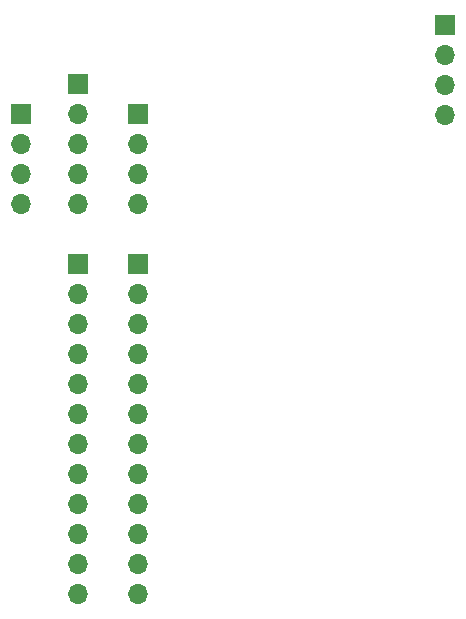
<source format=gbs>
%TF.GenerationSoftware,KiCad,Pcbnew,(6.0.6)*%
%TF.CreationDate,2022-07-04T12:30:35-04:00*%
%TF.ProjectId,HP9825_ROM_Replacement,48503938-3235-45f5-924f-4d5f5265706c,rev?*%
%TF.SameCoordinates,Original*%
%TF.FileFunction,Soldermask,Bot*%
%TF.FilePolarity,Negative*%
%FSLAX46Y46*%
G04 Gerber Fmt 4.6, Leading zero omitted, Abs format (unit mm)*
G04 Created by KiCad (PCBNEW (6.0.6)) date 2022-07-04 12:30:35*
%MOMM*%
%LPD*%
G01*
G04 APERTURE LIST*
%ADD10R,1.700000X1.700000*%
%ADD11O,1.700000X1.700000*%
G04 APERTURE END LIST*
D10*
%TO.C,J1RD1*%
X167640000Y-96520000D03*
D11*
X167640000Y-99060000D03*
X167640000Y-101600000D03*
X167640000Y-104140000D03*
X167640000Y-106680000D03*
X167640000Y-109220000D03*
X167640000Y-111760000D03*
X167640000Y-114300000D03*
X167640000Y-116840000D03*
X167640000Y-119380000D03*
X167640000Y-121920000D03*
X167640000Y-124460000D03*
%TD*%
D10*
%TO.C,J1LD1*%
X162560000Y-96520000D03*
D11*
X162560000Y-99060000D03*
X162560000Y-101600000D03*
X162560000Y-104140000D03*
X162560000Y-106680000D03*
X162560000Y-109220000D03*
X162560000Y-111760000D03*
X162560000Y-114300000D03*
X162560000Y-116840000D03*
X162560000Y-119380000D03*
X162560000Y-121920000D03*
X162560000Y-124460000D03*
%TD*%
D10*
%TO.C,J4*%
X193598800Y-76235400D03*
D11*
X193598800Y-78775400D03*
X193598800Y-81315400D03*
X193598800Y-83855400D03*
%TD*%
D10*
%TO.C,J1RU1*%
X167640000Y-83820000D03*
D11*
X167640000Y-86360000D03*
X167640000Y-88900000D03*
X167640000Y-91440000D03*
%TD*%
D10*
%TO.C,J3*%
X157734000Y-83830000D03*
D11*
X157734000Y-86370000D03*
X157734000Y-88910000D03*
X157734000Y-91450000D03*
%TD*%
D10*
%TO.C,J1LU1*%
X162560000Y-81280000D03*
D11*
X162560000Y-83820000D03*
X162560000Y-86360000D03*
X162560000Y-88900000D03*
X162560000Y-91440000D03*
%TD*%
M02*

</source>
